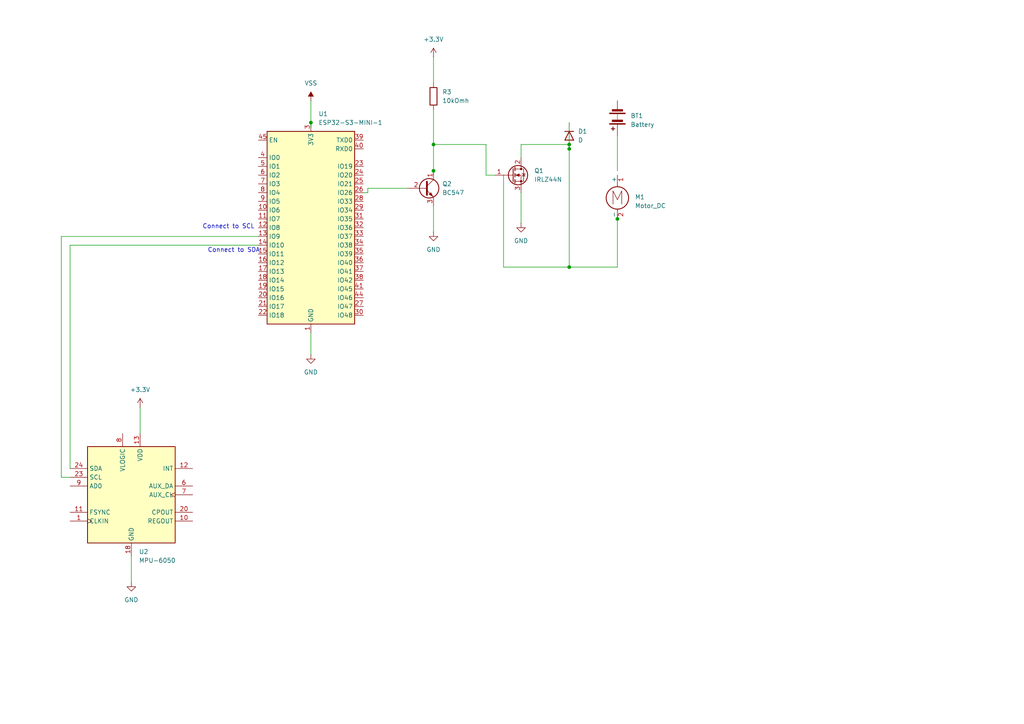
<source format=kicad_sch>
(kicad_sch (version 20231120) (generator "eeschema") (generator_version "8.0")
  (paper "A4")
  (lib_symbols
    (symbol "Device:Battery" (pin_numbers hide) (pin_names (offset 0) hide)
      (property "Reference" "BT" (at 2.54 2.54 0))
      (property "Value" "Battery" (at 2.54 0 0))
      (symbol "Battery_0_1"
        (rectangle (start -2.286 -1.27) (end 2.286 -1.524) (fill (type outline)))
        (rectangle (start -2.286 1.778) (end 2.286 1.524) (fill (type outline)))
        (rectangle (start -1.524 -2.032) (end 1.524 -2.54) (fill (type outline)))
        (rectangle (start -1.524 1.016) (end 1.524 0.508) (fill (type outline)))
        (polyline (pts (xy 0 -1.016) (xy 0 -0.762)))
        (polyline (pts (xy 0 -0.508) (xy 0 -0.254)))
        (polyline (pts (xy 0 0) (xy 0 0.254)))
        (polyline (pts (xy 0 1.778) (xy 0 2.54)))
        (polyline (pts (xy 0.762 3.048) (xy 1.778 3.048)) (stroke (width 0.254)))
        (polyline (pts (xy 1.27 3.556) (xy 1.27 2.54)) (stroke (width 0.254)))
      )
      (symbol "Battery_1_1"
        (pin passive line (at 0 5.08 270) (length 2.54) (name "+") (number "1"))
        (pin passive line (at 0 -5.08 90) (length 2.54) (name "-") (number "2"))
      )
    )
    (symbol "Device:D" (pin_numbers hide) (pin_names (offset 1.016) hide)
      (property "Reference" "D" (at 0 2.54 0))
      (property "Value" "D" (at 0 -2.54 0))
      (symbol "D_0_1"
        (polyline (pts (xy -1.27 1.27) (xy -1.27 -1.27)) (stroke (width 0.254)))
        (polyline (pts (xy 1.27 0) (xy -1.27 0)))
        (polyline (pts (xy 1.27 1.27) (xy 1.27 -1.27) (xy -1.27 0) (xy 1.27 1.27)) (stroke (width 0.254)))
      )
      (symbol "D_1_1"
        (pin passive line (at -3.81 0 0) (length 2.54) (name "K") (number "1"))
        (pin passive line (at 3.81 0 180) (length 2.54) (name "A") (number "2"))
      )
    )
    (symbol "Device:R" (pin_numbers hide) (pin_names (offset 0))
      (property "Reference" "R" (at 2.032 0 90))
      (property "Value" "R" (at 0 0 90))
      (symbol "R_0_1"
        (rectangle (start -1.016 -2.54) (end 1.016 2.54) (stroke (width 0.254)))
      )
      (symbol "R_1_1"
        (pin passive line (at 0 3.81 270) (length 1.27) (name "~") (number "1"))
        (pin passive line (at 0 -3.81 90) (length 1.27) (name "~") (number "2"))
      )
    )
    (symbol "Motor:Motor_DC" (pin_names (offset 0))
      (property "Reference" "M" (at 2.54 2.54 0))
      (property "Value" "Motor_DC" (at 2.54 -5.08 0))
      (symbol "Motor_DC_0_0"
        (polyline (pts (xy -1.27 -3.302) (xy -1.27 0.508) (xy 0 -2.032) (xy 1.27 0.508) (xy 1.27 -3.302)))
      )
      (symbol "Motor_DC_0_1"
        (circle (center 0 -1.524) (radius 3.2512) (stroke (width 0.254)))
        (polyline (pts (xy 0 -7.62) (xy 0 -7.112)))
        (polyline (pts (xy 0 -4.7752) (xy 0 -5.1816)))
        (polyline (pts (xy 0 1.7272) (xy 0 2.0828)))
        (polyline (pts (xy 0 2.032) (xy 0 2.54)))
      )
      (symbol "Motor_DC_1_1"
        (pin passive line (at 0 5.08 270) (length 2.54) (name "+") (number "1"))
        (pin passive line (at 0 -7.62 90) (length 2.54) (name "-") (number "2"))
      )
    )
    (symbol "RF_Module:ESP32-S3-MINI-1"
      (property "Reference" "U" (at -11.43 29.21 0))
      (property "Value" "ESP32-S3-MINI-1" (at 12.7 29.21 0))
      (symbol "ESP32-S3-MINI-1_0_1"
        (rectangle (start -12.7 27.94) (end 12.7 -27.94) (stroke (width 0.254)) (fill (type background)))
      )
      (symbol "ESP32-S3-MINI-1_1_1"
        (pin power_in line (at 0 -30.48 90) (length 2.54) (name "GND") (number "1"))
        (pin bidirectional line (at -15.24 5.08 0) (length 2.54) (name "IO6") (number "10"))
        (pin bidirectional line (at -15.24 2.54 0) (length 2.54) (name "IO7") (number "11"))
        (pin bidirectional line (at -15.24 0 0) (length 2.54) (name "IO8") (number "12"))
        (pin bidirectional line (at -15.24 -2.54 0) (length 2.54) (name "IO9") (number "13"))
        (pin bidirectional line (at -15.24 -5.08 0) (length 2.54) (name "IO10") (number "14"))
        (pin bidirectional line (at -15.24 -7.62 0) (length 2.54) (name "IO11") (number "15"))
        (pin bidirectional line (at -15.24 -10.16 0) (length 2.54) (name "IO12") (number "16"))
        (pin bidirectional line (at -15.24 -12.7 0) (length 2.54) (name "IO13") (number "17"))
        (pin bidirectional line (at -15.24 -15.24 0) (length 2.54) (name "IO14") (number "18"))
        (pin bidirectional line (at -15.24 -17.78 0) (length 2.54) (name "IO15") (number "19"))
        (pin passive line (at 0 -30.48 90) (length 2.54) hide (name "GND") (number "2"))
        (pin bidirectional line (at -15.24 -20.32 0) (length 2.54) (name "IO16") (number "20"))
        (pin bidirectional line (at -15.24 -22.86 0) (length 2.54) (name "IO17") (number "21"))
        (pin bidirectional line (at -15.24 -25.4 0) (length 2.54) (name "IO18") (number "22"))
        (pin bidirectional line (at 15.24 17.78 180) (length 2.54) (name "IO19") (number "23"))
        (pin bidirectional line (at 15.24 15.24 180) (length 2.54) (name "IO20") (number "24"))
        (pin bidirectional line (at 15.24 12.7 180) (length 2.54) (name "IO21") (number "25"))
        (pin bidirectional line (at 15.24 10.16 180) (length 2.54) (name "IO26") (number "26"))
        (pin bidirectional line (at 15.24 -22.86 180) (length 2.54) (name "IO47") (number "27"))
        (pin bidirectional line (at 15.24 7.62 180) (length 2.54) (name "IO33") (number "28"))
        (pin bidirectional line (at 15.24 5.08 180) (length 2.54) (name "IO34") (number "29"))
        (pin power_in line (at 0 30.48 270) (length 2.54) (name "3V3") (number "3"))
        (pin bidirectional line (at 15.24 -25.4 180) (length 2.54) (name "IO48") (number "30"))
        (pin bidirectional line (at 15.24 2.54 180) (length 2.54) (name "IO35") (number "31"))
        (pin bidirectional line (at 15.24 0 180) (length 2.54) (name "IO36") (number "32"))
        (pin bidirectional line (at 15.24 -2.54 180) (length 2.54) (name "IO37") (number "33"))
        (pin bidirectional line (at 15.24 -5.08 180) (length 2.54) (name "IO38") (number "34"))
        (pin bidirectional line (at 15.24 -7.62 180) (length 2.54) (name "IO39") (number "35"))
        (pin bidirectional line (at 15.24 -10.16 180) (length 2.54) (name "IO40") (number "36"))
        (pin bidirectional line (at 15.24 -12.7 180) (length 2.54) (name "IO41") (number "37"))
        (pin bidirectional line (at 15.24 -15.24 180) (length 2.54) (name "IO42") (number "38"))
        (pin bidirectional line (at 15.24 25.4 180) (length 2.54) (name "TXD0") (number "39"))
        (pin bidirectional line (at -15.24 20.32 0) (length 2.54) (name "IO0") (number "4"))
        (pin bidirectional line (at 15.24 22.86 180) (length 2.54) (name "RXD0") (number "40"))
        (pin bidirectional line (at 15.24 -17.78 180) (length 2.54) (name "IO45") (number "41"))
        (pin passive line (at 0 -30.48 90) (length 2.54) hide (name "GND") (number "42"))
        (pin passive line (at 0 -30.48 90) (length 2.54) hide (name "GND") (number "43"))
        (pin bidirectional line (at 15.24 -20.32 180) (length 2.54) (name "IO46") (number "44"))
        (pin input line (at -15.24 25.4 0) (length 2.54) (name "EN") (number "45"))
        (pin passive line (at 0 -30.48 90) (length 2.54) hide (name "GND") (number "46"))
        (pin passive line (at 0 -30.48 90) (length 2.54) hide (name "GND") (number "47"))
        (pin passive line (at 0 -30.48 90) (length 2.54) hide (name "GND") (number "48"))
        (pin passive line (at 0 -30.48 90) (length 2.54) hide (name "GND") (number "49"))
        (pin bidirectional line (at -15.24 17.78 0) (length 2.54) (name "IO1") (number "5"))
        (pin passive line (at 0 -30.48 90) (length 2.54) hide (name "GND") (number "50"))
        (pin passive line (at 0 -30.48 90) (length 2.54) hide (name "GND") (number "51"))
        (pin passive line (at 0 -30.48 90) (length 2.54) hide (name "GND") (number "52"))
        (pin passive line (at 0 -30.48 90) (length 2.54) hide (name "GND") (number "53"))
        (pin passive line (at 0 -30.48 90) (length 2.54) hide (name "GND") (number "54"))
        (pin passive line (at 0 -30.48 90) (length 2.54) hide (name "GND") (number "55"))
        (pin passive line (at 0 -30.48 90) (length 2.54) hide (name "GND") (number "56"))
        (pin passive line (at 0 -30.48 90) (length 2.54) hide (name "GND") (number "57"))
        (pin passive line (at 0 -30.48 90) (length 2.54) hide (name "GND") (number "58"))
        (pin passive line (at 0 -30.48 90) (length 2.54) hide (name "GND") (number "59"))
        (pin bidirectional line (at -15.24 15.24 0) (length 2.54) (name "IO2") (number "6"))
        (pin passive line (at 0 -30.48 90) (length 2.54) hide (name "GND") (number "60"))
        (pin passive line (at 0 -30.48 90) (length 2.54) hide (name "GND") (number "61"))
        (pin passive line (at 0 -30.48 90) (length 2.54) hide (name "GND") (number "62"))
        (pin passive line (at 0 -30.48 90) (length 2.54) hide (name "GND") (number "63"))
        (pin passive line (at 0 -30.48 90) (length 2.54) hide (name "GND") (number "64"))
        (pin passive line (at 0 -30.48 90) (length 2.54) hide (name "GND") (number "65"))
        (pin bidirectional line (at -15.24 12.7 0) (length 2.54) (name "IO3") (number "7"))
        (pin bidirectional line (at -15.24 10.16 0) (length 2.54) (name "IO4") (number "8"))
        (pin bidirectional line (at -15.24 7.62 0) (length 2.54) (name "IO5") (number "9"))
      )
    )
    (symbol "Sensor_Motion:MPU-6050"
      (property "Reference" "U" (at -11.43 13.97 0))
      (property "Value" "MPU-6050" (at 7.62 -15.24 0))
      (symbol "MPU-6050_0_0"
        (text "" (at 12.7 -2.54 0) (effects (font (size 1.27 1.27))))
      )
      (symbol "MPU-6050_0_1"
        (rectangle (start -12.7 13.97) (end 12.7 -13.97) (stroke (width 0.254)) (fill (type background)))
      )
      (symbol "MPU-6050_1_1"
        (pin input clock (at -17.78 -7.62 0) (length 5.08) (name "CLKIN") (number "1"))
        (pin passive line (at 17.78 -7.62 180) (length 5.08) (name "REGOUT") (number "10"))
        (pin input line (at -17.78 -5.08 0) (length 5.08) (name "FSYNC") (number "11"))
        (pin output line (at 17.78 7.62 180) (length 5.08) (name "INT") (number "12"))
        (pin power_in line (at 2.54 17.78 270) (length 3.81) (name "VDD") (number "13"))
        (pin no_connect line (at -12.7 -10.16 0) (length 2.54) hide (name "NC") (number "14"))
        (pin no_connect line (at 12.7 12.7 180) (length 2.54) hide (name "NC") (number "15"))
        (pin no_connect line (at 12.7 10.16 180) (length 2.54) hide (name "NC") (number "16"))
        (pin no_connect line (at 12.7 5.08 180) (length 2.54) hide (name "NC") (number "17"))
        (pin power_in line (at 0 -17.78 90) (length 3.81) (name "GND") (number "18"))
        (pin no_connect line (at 12.7 -10.16 180) (length 2.54) hide (name "RESV") (number "19"))
        (pin no_connect line (at -12.7 12.7 0) (length 2.54) hide (name "NC") (number "2"))
        (pin passive line (at 17.78 -5.08 180) (length 5.08) (name "CPOUT") (number "20"))
        (pin no_connect line (at 12.7 -2.54 180) (length 2.54) hide (name "RESV") (number "21"))
        (pin no_connect line (at 12.7 -12.7 180) (length 2.54) hide (name "RESV") (number "22"))
        (pin input line (at -17.78 5.08 0) (length 5.08) (name "SCL") (number "23"))
        (pin bidirectional line (at -17.78 7.62 0) (length 5.08) (name "SDA") (number "24"))
        (pin no_connect line (at -12.7 10.16 0) (length 2.54) hide (name "NC") (number "3"))
        (pin no_connect line (at -12.7 0 0) (length 2.54) hide (name "NC") (number "4"))
        (pin no_connect line (at -12.7 -2.54 0) (length 2.54) hide (name "NC") (number "5"))
        (pin bidirectional line (at 17.78 2.54 180) (length 5.08) (name "AUX_DA") (number "6"))
        (pin output clock (at 17.78 0 180) (length 5.08) (name "AUX_CL") (number "7"))
        (pin power_in line (at -2.54 17.78 270) (length 3.81) (name "VLOGIC") (number "8"))
        (pin input line (at -17.78 2.54 0) (length 5.08) (name "AD0") (number "9"))
      )
    )
    (symbol "Transistor_BJT:BC547" (pin_names (offset 0) hide)
      (property "Reference" "Q" (at 5.08 1.905 0))
      (property "Value" "BC547" (at 5.08 0 0))
      (symbol "BC547_0_1"
        (polyline (pts (xy 0 0) (xy 0.635 0)))
        (polyline (pts (xy 0.635 0.635) (xy 2.54 2.54)))
        (polyline (pts (xy 0.635 -0.635) (xy 2.54 -2.54) (xy 2.54 -2.54)))
        (polyline (pts (xy 0.635 1.905) (xy 0.635 -1.905) (xy 0.635 -1.905)) (stroke (width 0.508)))
        (polyline (pts (xy 1.27 -1.778) (xy 1.778 -1.27) (xy 2.286 -2.286) (xy 1.27 -1.778) (xy 1.27 -1.778)) (fill (type outline)))
        (circle (center 1.27 0) (radius 2.8194) (stroke (width 0.254)))
      )
      (symbol "BC547_1_1"
        (pin passive line (at 2.54 5.08 270) (length 2.54) (name "C") (number "1"))
        (pin input line (at -5.08 0 0) (length 5.08) (name "B") (number "2"))
        (pin passive line (at 2.54 -5.08 90) (length 2.54) (name "E") (number "3"))
      )
    )
    (symbol "Transistor_FET:IRLZ44N" (pin_names hide)
      (property "Reference" "Q" (at 5.08 1.905 0))
      (property "Value" "IRLZ44N" (at 5.08 0 0))
      (symbol "IRLZ44N_0_1"
        (polyline (pts (xy 0.254 0) (xy -2.54 0)))
        (polyline (pts (xy 0.254 1.905) (xy 0.254 -1.905)) (stroke (width 0.254)))
        (polyline (pts (xy 0.762 -1.27) (xy 0.762 -2.286)) (stroke (width 0.254)))
        (polyline (pts (xy 0.762 0.508) (xy 0.762 -0.508)) (stroke (width 0.254)))
        (polyline (pts (xy 0.762 2.286) (xy 0.762 1.27)) (stroke (width 0.254)))
        (polyline (pts (xy 2.54 2.54) (xy 2.54 1.778)))
        (polyline (pts (xy 2.54 -2.54) (xy 2.54 0) (xy 0.762 0)))
        (polyline (pts (xy 0.762 -1.778) (xy 3.302 -1.778) (xy 3.302 1.778) (xy 0.762 1.778)))
        (polyline (pts (xy 1.016 0) (xy 2.032 0.381) (xy 2.032 -0.381) (xy 1.016 0)) (fill (type outline)))
        (polyline (pts (xy 2.794 0.508) (xy 2.921 0.381) (xy 3.683 0.381) (xy 3.81 0.254)))
        (polyline (pts (xy 3.302 0.381) (xy 2.921 -0.254) (xy 3.683 -0.254) (xy 3.302 0.381)))
        (circle (center 1.651 0) (radius 2.794) (stroke (width 0.254)))
        (circle (center 2.54 -1.778) (radius 0.254) (fill (type outline)))
        (circle (center 2.54 1.778) (radius 0.254) (fill (type outline)))
      )
      (symbol "IRLZ44N_1_1"
        (pin input line (at -5.08 0 0) (length 2.54) (name "G") (number "1"))
        (pin passive line (at 2.54 5.08 270) (length 2.54) (name "D") (number "2"))
        (pin passive line (at 2.54 -5.08 90) (length 2.54) (name "S") (number "3"))
      )
    )
    (symbol "power:+3.3V" (power) (pin_numbers hide) (pin_names (offset 0) hide)
      (property "Value" "+3.3V" (at 0 3.556 0))
      (symbol "+3.3V_0_1"
        (polyline (pts (xy -0.762 1.27) (xy 0 2.54)))
        (polyline (pts (xy 0 0) (xy 0 2.54)))
        (polyline (pts (xy 0 2.54) (xy 0.762 1.27)))
      )
      (symbol "+3.3V_1_1"
        (pin power_in line (at 0 0 90) (length 0) (name "~") (number "1"))
      )
    )
    (symbol "power:GND" (power) (pin_numbers hide) (pin_names (offset 0) hide)
      (property "Value" "GND" (at 0 -3.81 0))
      (symbol "GND_0_1"
        (polyline (pts (xy 0 0) (xy 0 -1.27) (xy 1.27 -1.27) (xy 0 -2.54) (xy -1.27 -1.27) (xy 0 -1.27)))
      )
      (symbol "GND_1_1"
        (pin power_in line (at 0 0 270) (length 0) (name "~") (number "1"))
      )
    )
    (symbol "power:VSS" (power) (pin_numbers hide) (pin_names (offset 0) hide)
      (property "Value" "VSS" (at 0 3.556 0))
      (symbol "VSS_0_1"
        (polyline (pts (xy 0 0) (xy 0 2.54)))
        (polyline (pts (xy 0.762 1.27) (xy -0.762 1.27) (xy 0 2.54) (xy 0.762 1.27)) (fill (type outline)))
      )
      (symbol "VSS_1_1"
        (pin power_in line (at 0 0 90) (length 0) (name "~") (number "1"))
      )
    )
  )
  (junction (at 125.73 41.91))
  (junction (at 90.17 35.56))
  (junction (at 125.73 49.53))
  (junction (at 165.1 43.18))
  (junction (at 165.1 41.91))
  (junction (at 165.1 77.47))
  (junction (at 179.07 63.5))
  (wire (pts (xy 125.73 41.91) (xy 125.73 49.53)))
  (wire (pts (xy 125.73 31.75) (xy 125.73 41.91)))
  (wire (pts (xy 151.13 41.91) (xy 165.1 41.91)))
  (wire (pts (xy 165.1 41.91) (xy 165.1 35.56)))
  (wire (pts (xy 90.17 96.52) (xy 90.17 102.87)))
  (wire (pts (xy 179.07 63.5) (xy 179.07 77.47)))
  (wire (pts (xy 17.78 68.58) (xy 17.78 138.43)))
  (wire (pts (xy 140.97 41.91) (xy 140.97 50.8)))
  (wire (pts (xy 125.73 49.53) (xy 125.73 50.8)))
  (wire (pts (xy 125.73 41.91) (xy 140.97 41.91)))
  (wire (pts (xy 17.78 68.58) (xy 74.93 68.58)))
  (wire (pts (xy 38.1 161.29) (xy 38.1 168.91)))
  (wire (pts (xy 146.05 50.8) (xy 146.05 77.47)))
  (wire (pts (xy 90.17 35.56) (xy 90.17 29.21)))
  (wire (pts (xy 140.97 50.8) (xy 143.51 50.8)))
  (wire (pts (xy 20.32 71.12) (xy 20.32 135.89)))
  (wire (pts (xy 125.73 16.51) (xy 125.73 24.13)))
  (wire (pts (xy 40.64 118.11) (xy 40.64 125.73)))
  (wire (pts (xy 165.1 43.18) (xy 165.1 77.47)))
  (wire (pts (xy 165.1 77.47) (xy 179.07 77.47)))
  (wire (pts (xy 106.68 55.88) (xy 105.41 55.88)))
  (wire (pts (xy 165.1 41.91) (xy 165.1 43.18)))
  (wire (pts (xy 118.11 54.61) (xy 106.68 54.61)))
  (wire (pts (xy 151.13 45.72) (xy 151.13 41.91)))
  (wire (pts (xy 20.32 138.43) (xy 17.78 138.43)))
  (wire (pts (xy 20.32 71.12) (xy 74.93 71.12)))
  (wire (pts (xy 179.07 39.37) (xy 179.07 49.53)))
  (wire (pts (xy 90.17 36.83) (xy 90.17 35.56)))
  (wire (pts (xy 179.07 62.23) (xy 179.07 63.5)))
  (wire (pts (xy 106.68 54.61) (xy 106.68 55.88)))
  (wire (pts (xy 125.73 59.69) (xy 125.73 67.31)))
  (wire (pts (xy 146.05 77.47) (xy 165.1 77.47)))
  (wire (pts (xy 151.13 55.88) (xy 151.13 64.77)))
  (text "Connect to SDA" (at 67.818 72.644 0) (effects (font (size 1.27 1.27))))
  (text "Connect to SCL" (at 66.294 65.786 0) (effects (font (size 1.27 1.27))))
  (symbol (lib_id "Transistor_FET:IRLZ44N") (at 148.59 50.8 0) (unit 1)
    (property "Reference" "Q1" (at 154.94 49.5299 0) (effects (justify left)))
    (property "Value" "IRLZ44N" (at 154.94 52.0699 0) (effects (justify left)))
    (property "Footprint" "Package_TO_SOT_THT:TO-220-3_Vertical" (effects (hide yes)))
    (property "Datasheet" "http://www.irf.com/product-info/datasheets/data/irlz44n.pdf" (effects (hide yes)))
    (property "Description" "47A Id, 55V Vds, 22mOhm Rds Single N-Channel HEXFET Power MOSFET, TO-220AB" (effects (hide yes)))
  )
  (symbol (lib_id "Transistor_BJT:BC547") (at 123.19 54.61 0) (unit 1)
    (property "Reference" "Q2" (at 128.27 53.3399 0) (effects (justify left)))
    (property "Value" "BC547" (at 128.27 55.8799 0) (effects (justify left)))
    (property "Footprint" "Package_TO_SOT_THT:TO-92_Inline" (effects (hide yes)))
    (property "Datasheet" "https://www.onsemi.com/pub/Collateral/BC550-D.pdf" (effects (hide yes)))
    (property "Description" "0.1A Ic, 45V Vce, Small Signal NPN Transistor, TO-92" (effects (hide yes)))
  )
  (symbol (lib_id "RF_Module:ESP32-S3-MINI-1") (at 90.17 66.04 0) (unit 1)
    (property "Reference" "U1" (at 92.3641 33.02 0) (effects (justify left)))
    (property "Value" "ESP32-S3-MINI-1" (at 92.3641 35.56 0) (effects (justify left)))
    (property "Footprint" "RF_Module:ESP32-S2-MINI-1" (effects (hide yes)))
    (property "Datasheet" "https://www.espressif.com/sites/default/files/documentation/esp32-s3-mini-1_mini-1u_datasheet_en.pdf" (effects (hide yes)))
    (property "Description" "RF Module, ESP32-S3 SoC, Wi-Fi 802.11b/g/n, Bluetooth, BLE, 32-bit, 3.3V, SMD, onboard antenna" (effects (hide yes)))
  )
  (symbol (lib_id "Sensor_Motion:MPU-6050") (at 38.1 143.51 0) (unit 1)
    (property "Reference" "U2" (at 40.2941 160.02 0) (effects (justify left)))
    (property "Value" "MPU-6050" (at 40.2941 162.56 0) (effects (justify left)))
    (property "Footprint" "Sensor_Motion:InvenSense_QFN-24_4x4mm_P0.5mm" (effects (hide yes)))
    (property "Datasheet" "https://invensense.tdk.com/wp-content/uploads/2015/02/MPU-6000-Datasheet1.pdf" (effects (hide yes)))
    (property "Description" "InvenSense 6-Axis Motion Sensor, Gyroscope, Accelerometer, I2C" (effects (hide yes)))
  )
  (symbol (lib_id "power:+3.3V") (at 125.73 16.51 0) (unit 1)
    (property "Reference" "#PWR04" (effects (hide yes)))
    (property "Value" "+3.3V" (at 125.73 11.43 0))
    (property "Description" "Power symbol creates a global label with name \"+3.3V\"" (effects (hide yes)))
  )
  (symbol (lib_id "Motor:Motor_DC") (at 179.07 55.88 0) (unit 1)
    (property "Reference" "M1" (at 184.15 57.1499 0) (effects (justify left)))
    (property "Value" "Motor_DC" (at 184.15 59.6899 0) (effects (justify left)))
    (property "Description" "DC Motor" (effects (hide yes)))
  )
  (symbol (lib_id "power:GND") (at 151.13 64.77 0) (unit 1)
    (property "Reference" "#PWR08" (effects (hide yes)))
    (property "Value" "GND" (at 151.13 69.85 0))
    (property "Description" "Power symbol creates a global label with name \"GND\" , ground" (effects (hide yes)))
  )
  (symbol (lib_id "power:GND") (at 38.1 168.91 0) (unit 1)
    (property "Reference" "#PWR06" (effects (hide yes)))
    (property "Value" "GND" (at 38.1 173.99 0))
    (property "Description" "Power symbol creates a global label with name \"GND\" , ground" (effects (hide yes)))
  )
  (symbol (lib_id "Device:Battery") (at 179.07 34.29 180) (unit 1)
    (property "Reference" "BT1" (at 182.88 33.5914 0) (effects (justify right)))
    (property "Value" "Battery" (at 182.88 36.1314 0) (effects (justify right)))
    (property "Description" "Multiple-cell battery" (effects (hide yes)))
  )
  (symbol (lib_id "Device:D") (at 165.1 39.37 270) (unit 1)
    (property "Reference" "D1" (at 167.64 38.0999 90) (effects (justify left)))
    (property "Value" "D" (at 167.64 40.6399 90) (effects (justify left)))
    (property "Description" "Diode" (effects (hide yes)))
    (property "Sim.Device" "D" (effects (hide yes)))
    (property "Sim.Pins" "1=K 2=A" (effects (hide yes)))
  )
  (symbol (lib_id "Device:R") (at 125.73 27.94 180) (unit 1)
    (property "Reference" "R3" (at 128.27 26.6699 0) (effects (justify right)))
    (property "Value" "10kOmh" (at 128.27 29.2099 0) (effects (justify right)))
    (property "Description" "Resistor" (effects (hide yes)))
  )
  (symbol (lib_id "power:GND") (at 90.17 102.87 0) (unit 1)
    (property "Reference" "#PWR01" (effects (hide yes)))
    (property "Value" "GND" (at 90.17 107.95 0))
    (property "Description" "Power symbol creates a global label with name \"GND\" , ground" (effects (hide yes)))
  )
  (symbol (lib_id "power:GND") (at 125.73 67.31 0) (unit 1)
    (property "Reference" "#PWR03" (effects (hide yes)))
    (property "Value" "GND" (at 125.73 72.39 0))
    (property "Description" "Power symbol creates a global label with name \"GND\" , ground" (effects (hide yes)))
  )
  (symbol (lib_id "power:+3.3V") (at 40.64 118.11 0) (unit 1)
    (property "Reference" "#PWR05" (effects (hide yes)))
    (property "Value" "+3.3V" (at 40.64 113.03 0))
    (property "Description" "Power symbol creates a global label with name \"+3.3V\"" (effects (hide yes)))
  )
  (symbol (lib_id "power:VSS") (at 90.17 29.21 0) (unit 1)
    (property "Reference" "#PWR02" (effects (hide yes)))
    (property "Value" "VSS" (at 90.17 24.13 0))
    (property "Description" "Power symbol creates a global label with name \"VSS\"" (effects (hide yes)))
  )
)
</source>
